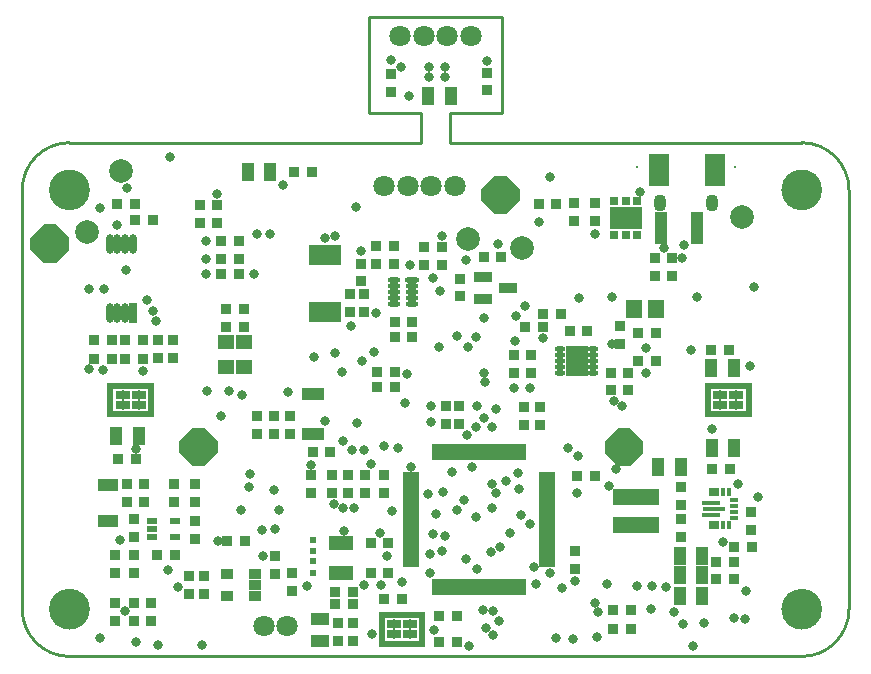
<source format=gbs>
G04 Layer_Color=16711935*
%FSLAX42Y42*%
%MOMM*%
G71*
G01*
G75*
%ADD50C,0.25*%
%ADD108R,0.90X0.90*%
%ADD109R,0.90X0.90*%
%ADD131R,1.50X1.10*%
%ADD142R,0.55X3.00*%
%ADD143R,4.00X0.55*%
%ADD144R,1.15X0.65*%
%ADD145R,1.50X0.97*%
%ADD146C,2.00*%
%ADD147C,0.80*%
%ADD148C,3.40*%
%ADD149C,1.80*%
%ADD150C,0.20*%
%ADD151O,1.10X1.45*%
%ADD152O,0.88X0.45*%
%ADD153R,1.85X2.58*%
%ADD154R,1.10X2.70*%
%ADD155R,2.70X1.80*%
%ADD156R,2.00X1.20*%
%ADD157R,0.34X0.70*%
%ADD158R,0.95X0.80*%
%ADD159R,1.55X0.40*%
%ADD160R,1.90X0.40*%
%ADD161R,0.70X0.34*%
%ADD162R,0.85X0.50*%
%ADD163R,1.10X0.85*%
%ADD164O,0.65X1.70*%
%ADD165R,0.65X1.70*%
%ADD166R,0.50X1.40*%
%ADD167R,1.40X0.50*%
%ADD168O,1.20X0.45*%
%ADD169O,1.05X0.45*%
%ADD170R,0.65X0.70*%
%ADD171R,2.70X1.95*%
%ADD172R,1.90X1.00*%
%ADD173R,1.40X1.60*%
%ADD174R,1.80X2.70*%
%ADD175R,3.90X1.40*%
%ADD176R,1.10X1.50*%
%ADD177R,1.80X1.10*%
%ADD178R,0.60X0.60*%
%ADD179R,1.40X1.30*%
G36*
X1255Y1423D02*
Y1323D01*
X1143Y1210D01*
X1043D01*
X930Y1323D01*
Y1423D01*
X1043Y1535D01*
X1143D01*
X1255Y1423D01*
D02*
G37*
G36*
X5494Y1019D02*
X5494Y1018D01*
X5495Y1018D01*
X5496Y1017D01*
X5497Y1016D01*
X5497Y1016D01*
X5497Y1015D01*
X5498Y1014D01*
Y979D01*
Y964D01*
X5497Y963D01*
X5497Y962D01*
X5497Y961D01*
X5497Y961D01*
X5496Y960D01*
X5496D01*
Y960D01*
X5495Y960D01*
X5495Y959D01*
X5494Y959D01*
X5494Y959D01*
X5493Y959D01*
X5428D01*
X5427Y959D01*
X5426Y959D01*
X5425Y959D01*
X5425Y960D01*
X5424Y960D01*
Y960D01*
X5424D01*
X5423Y961D01*
X5423Y961D01*
X5423Y962D01*
X5423Y963D01*
X5423Y964D01*
Y979D01*
Y1014D01*
X5423Y1015D01*
X5423Y1016D01*
X5423Y1016D01*
X5424Y1017D01*
X5425Y1018D01*
X5426Y1018D01*
X5427Y1019D01*
X5428Y1019D01*
X5443D01*
X5444Y1019D01*
X5444Y1018D01*
X5445Y1018D01*
X5446Y1017D01*
X5447Y1016D01*
X5447Y1016D01*
X5447Y1015D01*
X5448Y1014D01*
Y984D01*
X5473D01*
Y1014D01*
X5473Y1015D01*
X5473Y1016D01*
X5473Y1016D01*
X5474Y1017D01*
X5475Y1018D01*
X5476Y1018D01*
X5477Y1019D01*
X5478Y1019D01*
X5493D01*
X5494Y1019D01*
D02*
G37*
G36*
Y739D02*
X5494Y738D01*
X5495Y738D01*
X5495Y738D01*
X5496Y737D01*
Y737D01*
X5496D01*
X5497Y736D01*
X5497Y736D01*
X5497Y736D01*
X5497Y735D01*
X5498Y734D01*
Y684D01*
X5497Y683D01*
X5497Y682D01*
X5497Y681D01*
X5496Y680D01*
X5495Y680D01*
X5494Y679D01*
X5494Y679D01*
X5493Y679D01*
X5478D01*
X5477Y679D01*
X5476Y679D01*
X5475Y680D01*
X5474Y680D01*
X5473Y681D01*
X5473Y682D01*
X5473Y683D01*
X5473Y684D01*
Y714D01*
X5448D01*
Y684D01*
X5447Y683D01*
X5447Y682D01*
X5447Y681D01*
X5446Y680D01*
X5445Y680D01*
X5444Y679D01*
X5444Y679D01*
X5443Y679D01*
X5428D01*
X5427Y679D01*
X5426Y679D01*
X5425Y680D01*
X5424Y680D01*
X5423Y681D01*
X5423Y682D01*
X5423Y683D01*
X5423Y684D01*
Y719D01*
Y734D01*
X5423Y735D01*
X5423Y736D01*
X5423Y736D01*
X5423Y736D01*
X5424Y737D01*
X5424D01*
Y737D01*
X5425Y738D01*
X5425Y738D01*
X5426Y738D01*
X5427Y739D01*
X5428Y739D01*
X5493D01*
X5494Y739D01*
D02*
G37*
G36*
X3812Y3560D02*
Y3460D01*
X3700Y3347D01*
X3600D01*
X3488Y3460D01*
Y3560D01*
X3600Y3672D01*
X3700D01*
X3812Y3560D01*
D02*
G37*
G36*
X-5Y3145D02*
Y3045D01*
X-118Y2933D01*
X-218D01*
X-330Y3045D01*
Y3145D01*
X-218Y3258D01*
X-118D01*
X-5Y3145D01*
D02*
G37*
G36*
X4855Y1423D02*
Y1323D01*
X4742Y1210D01*
X4642D01*
X4530Y1323D01*
Y1423D01*
X4642Y1535D01*
X4742D01*
X4855Y1423D01*
D02*
G37*
D50*
X6360Y0D02*
G03*
X6360Y0I-160J0D01*
G01*
Y3550D02*
G03*
X6360Y3550I-160J0D01*
G01*
X160D02*
G03*
X160Y3550I-160J0D01*
G01*
Y0D02*
G03*
X160Y0I-160J0D01*
G01*
X6600Y3550D02*
G03*
X6200Y3950I-400J0D01*
G01*
X0D02*
G03*
X-400Y3550I0J-400D01*
G01*
Y0D02*
G03*
X0Y-400I400J0D01*
G01*
X6200D02*
G03*
X6600Y0I0J400D01*
G01*
X5350Y3950D02*
X5600D01*
X3225D02*
X5350D01*
X5350D02*
X5350Y3950D01*
X2974Y4199D02*
X2975D01*
X2974Y4200D02*
X2974Y4199D01*
X2541Y4200D02*
X2974D01*
X2975Y3950D02*
Y4199D01*
X2975Y3950D02*
X2975Y3950D01*
X5600D02*
X6200D01*
X600Y3950D02*
X2975D01*
X0Y3950D02*
X600Y3950D01*
X6600Y0D02*
Y3550D01*
X-400Y0D02*
Y3550D01*
X0Y-400D02*
X6200D01*
X3225Y3950D02*
Y4200D01*
X2540Y4199D02*
Y5015D01*
X3660D01*
Y4200D02*
Y5015D01*
X3225Y4200D02*
X3660D01*
X2541Y4200D02*
X2541Y4200D01*
D108*
X753Y2280D02*
D03*
Y2130D02*
D03*
X2375Y2665D02*
D03*
Y2515D02*
D03*
X1060Y910D02*
D03*
Y1060D02*
D03*
X885D02*
D03*
Y910D02*
D03*
X488Y1060D02*
D03*
Y910D02*
D03*
X543Y763D02*
D03*
Y613D02*
D03*
X1060Y743D02*
D03*
Y593D02*
D03*
X1015Y130D02*
D03*
Y280D02*
D03*
X543Y460D02*
D03*
Y310D02*
D03*
X1140Y280D02*
D03*
Y130D02*
D03*
X383Y-99D02*
D03*
Y51D02*
D03*
X1740Y297D02*
D03*
Y447D02*
D03*
X548Y51D02*
D03*
Y-99D02*
D03*
X1884Y305D02*
D03*
Y155D02*
D03*
X1108Y3270D02*
D03*
Y3420D02*
D03*
X1248Y3420D02*
D03*
Y3270D02*
D03*
X880Y2130D02*
D03*
Y2280D02*
D03*
X3192Y1570D02*
D03*
Y1720D02*
D03*
X3300Y1570D02*
D03*
Y1720D02*
D03*
X1729Y1633D02*
D03*
Y1482D02*
D03*
X2493Y2515D02*
D03*
Y2665D02*
D03*
X3152Y2917D02*
D03*
Y3067D02*
D03*
X3002Y2917D02*
D03*
Y3067D02*
D03*
X3308Y2800D02*
D03*
Y2650D02*
D03*
X4665Y2394D02*
D03*
Y2244D02*
D03*
X2043Y985D02*
D03*
Y1135D02*
D03*
X5772Y674D02*
D03*
Y824D02*
D03*
X5176Y764D02*
D03*
Y614D02*
D03*
X5176Y886D02*
D03*
Y1036D02*
D03*
X635Y910D02*
D03*
Y1060D02*
D03*
X383Y310D02*
D03*
Y460D02*
D03*
X688Y-99D02*
D03*
Y51D02*
D03*
X4283Y340D02*
D03*
Y490D02*
D03*
X2222Y985D02*
D03*
Y1135D02*
D03*
X2360Y985D02*
D03*
Y1135D02*
D03*
X2500Y985D02*
D03*
Y1135D02*
D03*
X2665Y985D02*
D03*
Y1135D02*
D03*
X3983Y1560D02*
D03*
Y1710D02*
D03*
X3845Y1560D02*
D03*
Y1710D02*
D03*
X1590Y1633D02*
D03*
Y1482D02*
D03*
X1867Y1633D02*
D03*
Y1482D02*
D03*
X2465Y2776D02*
D03*
Y2926D02*
D03*
X4447Y3438D02*
D03*
Y3288D02*
D03*
X4269Y3438D02*
D03*
Y3288D02*
D03*
X5101Y2975D02*
D03*
Y2825D02*
D03*
X4959Y2975D02*
D03*
Y2825D02*
D03*
X4730Y1852D02*
D03*
Y2002D02*
D03*
X4585Y1852D02*
D03*
Y2002D02*
D03*
X3905Y2153D02*
D03*
Y2003D02*
D03*
X3763Y2153D02*
D03*
Y2003D02*
D03*
X3536Y4542D02*
D03*
Y4392D02*
D03*
X2721Y4380D02*
D03*
Y4530D02*
D03*
X2275Y-115D02*
D03*
Y-265D02*
D03*
X2400Y-115D02*
D03*
Y-265D02*
D03*
X1479Y2392D02*
D03*
Y2542D02*
D03*
X1323Y2392D02*
D03*
Y2542D02*
D03*
D109*
X3657Y2983D02*
D03*
X3507D02*
D03*
X4122Y3435D02*
D03*
X3972D02*
D03*
X5778Y527D02*
D03*
X5628D02*
D03*
Y397D02*
D03*
X5478D02*
D03*
X5440Y1188D02*
D03*
X5590D02*
D03*
X5478Y253D02*
D03*
X5628D02*
D03*
X1433Y2965D02*
D03*
X1283D02*
D03*
X1433Y3115D02*
D03*
X1283D02*
D03*
X1433Y2837D02*
D03*
X1283D02*
D03*
X208Y2122D02*
D03*
X358D02*
D03*
X621Y2280D02*
D03*
X471D02*
D03*
X208Y2280D02*
D03*
X358D02*
D03*
X621Y2122D02*
D03*
X471D02*
D03*
X405Y3430D02*
D03*
X555D02*
D03*
X2700Y560D02*
D03*
X2550D02*
D03*
X2700Y308D02*
D03*
X2550D02*
D03*
X3127Y-278D02*
D03*
X3278D02*
D03*
X3127Y-58D02*
D03*
X3278D02*
D03*
X2208Y1335D02*
D03*
X2058D02*
D03*
X2902Y2302D02*
D03*
X2752D02*
D03*
X2598Y2926D02*
D03*
X2748D02*
D03*
X4235Y2352D02*
D03*
X4385D02*
D03*
X4812Y2335D02*
D03*
X4962D02*
D03*
X4812Y2102D02*
D03*
X4962D02*
D03*
X4008Y2502D02*
D03*
X4158D02*
D03*
X4005Y2389D02*
D03*
X3855D02*
D03*
X2902Y2430D02*
D03*
X2752D02*
D03*
X890Y455D02*
D03*
X740D02*
D03*
X1335Y575D02*
D03*
X1485D02*
D03*
X1902Y3700D02*
D03*
X2052D02*
D03*
X555Y3297D02*
D03*
X705D02*
D03*
X2817Y90D02*
D03*
X2667D02*
D03*
X2250Y148D02*
D03*
X2400D02*
D03*
Y40D02*
D03*
X2250D02*
D03*
X2599Y3072D02*
D03*
X2749D02*
D03*
X4449Y1130D02*
D03*
X4299D02*
D03*
X4753Y-167D02*
D03*
X4603D02*
D03*
X2603Y2011D02*
D03*
X2753D02*
D03*
X4603Y-10D02*
D03*
X4753D02*
D03*
X2753Y1881D02*
D03*
X2603D02*
D03*
X565Y1268D02*
D03*
X415D02*
D03*
X5435Y2198D02*
D03*
X5585D02*
D03*
D131*
X2120Y-272D02*
D03*
Y-82D02*
D03*
D142*
X345Y1772D02*
D03*
X691D02*
D03*
X5405Y1772D02*
D03*
X5750D02*
D03*
X2643Y-171D02*
D03*
X2988D02*
D03*
D143*
X518Y1894D02*
D03*
Y1649D02*
D03*
X5578Y1894D02*
D03*
Y1649D02*
D03*
X2815Y-49D02*
D03*
Y-294D02*
D03*
D144*
X451Y1814D02*
D03*
X586D02*
D03*
X451Y1729D02*
D03*
X586D02*
D03*
X5510Y1814D02*
D03*
X5645D02*
D03*
X5510Y1729D02*
D03*
X5645D02*
D03*
X2748Y-129D02*
D03*
X2883D02*
D03*
X2748Y-214D02*
D03*
X2883D02*
D03*
D145*
X3715Y2717D02*
D03*
X3505Y2812D02*
D03*
Y2623D02*
D03*
D146*
X5692Y3320D02*
D03*
X145Y3190D02*
D03*
X3370Y3133D02*
D03*
X3830Y3061D02*
D03*
X435Y3712D02*
D03*
D147*
X750Y-305D02*
D03*
X1120D02*
D03*
X5310Y2640D02*
D03*
X2167Y1593D02*
D03*
X3354Y2960D02*
D03*
X2817Y228D02*
D03*
X5535Y568D02*
D03*
X2780Y1363D02*
D03*
X4225Y1362D02*
D03*
X3824Y794D02*
D03*
X3900Y725D02*
D03*
X4450Y55D02*
D03*
X5510Y1729D02*
D03*
X1737Y678D02*
D03*
X1626Y671D02*
D03*
X5645Y1729D02*
D03*
X5205Y3085D02*
D03*
X5183Y2975D02*
D03*
X488Y3570D02*
D03*
X3152Y3160D02*
D03*
X4283Y242D02*
D03*
X4167Y177D02*
D03*
X470Y-13D02*
D03*
X430Y585D02*
D03*
X4925Y3D02*
D03*
X5792Y2730D02*
D03*
X3510Y2002D02*
D03*
X4471Y-26D02*
D03*
X3278Y2317D02*
D03*
X565Y1360D02*
D03*
X2430Y3405D02*
D03*
X3583Y-220D02*
D03*
X5645Y1814D02*
D03*
X2748Y-129D02*
D03*
X2883D02*
D03*
Y-214D02*
D03*
X586Y1814D02*
D03*
X3442Y778D02*
D03*
X2685Y447D02*
D03*
X1635D02*
D03*
X1260Y580D02*
D03*
X835Y333D02*
D03*
X3033Y975D02*
D03*
X3065Y1585D02*
D03*
X4260Y-250D02*
D03*
X4116Y-245D02*
D03*
X2575Y2177D02*
D03*
X255Y-242D02*
D03*
X2473Y2103D02*
D03*
X2248Y2167D02*
D03*
X2383Y2398D02*
D03*
X1532Y1148D02*
D03*
X1162Y1845D02*
D03*
X290Y2712D02*
D03*
X162Y2708D02*
D03*
X2070Y2138D02*
D03*
X1248Y3515D02*
D03*
X1160Y3115D02*
D03*
Y2837D02*
D03*
Y2965D02*
D03*
X850Y3830D02*
D03*
X1565Y2837D02*
D03*
X1810Y3592D02*
D03*
X476Y2872D02*
D03*
X923Y185D02*
D03*
X1733Y1007D02*
D03*
X2042Y1223D02*
D03*
X562Y-278D02*
D03*
X1282Y1633D02*
D03*
X2872Y4343D02*
D03*
X3537Y4641D02*
D03*
X2721Y4648D02*
D03*
X2811Y4588D02*
D03*
X3043Y4507D02*
D03*
Y4592D02*
D03*
X3178Y4507D02*
D03*
Y4592D02*
D03*
X4883Y2208D02*
D03*
X4610Y1760D02*
D03*
X4595Y2244D02*
D03*
X4597Y2642D02*
D03*
X4005Y2295D02*
D03*
X3855Y2570D02*
D03*
X3780Y2480D02*
D03*
X3773Y2268D02*
D03*
X3765Y1877D02*
D03*
X3125Y2220D02*
D03*
X4072Y3662D02*
D03*
X4447Y3177D02*
D03*
X3445Y2308D02*
D03*
X3135Y2690D02*
D03*
X3375Y2220D02*
D03*
X2167Y3140D02*
D03*
X3610Y1692D02*
D03*
X3523Y-163D02*
D03*
X3635Y-100D02*
D03*
X1453Y838D02*
D03*
X3508Y1620D02*
D03*
X2845Y1745D02*
D03*
X405Y3252D02*
D03*
X658Y2618D02*
D03*
X4306Y1301D02*
D03*
X4682Y1719D02*
D03*
X2854Y1993D02*
D03*
X3507Y2467D02*
D03*
X3578Y1545D02*
D03*
X5719Y-79D02*
D03*
X4932Y199D02*
D03*
X5048Y192D02*
D03*
X4805Y200D02*
D03*
X2434Y1574D02*
D03*
X4552Y216D02*
D03*
X2881Y2917D02*
D03*
X3356Y426D02*
D03*
X3450Y342D02*
D03*
X2599Y2504D02*
D03*
X4311Y2636D02*
D03*
X3065Y1720D02*
D03*
X3439Y1546D02*
D03*
X1517Y1032D02*
D03*
X1777Y841D02*
D03*
X3369Y1479D02*
D03*
X3343Y921D02*
D03*
X3411Y1200D02*
D03*
X3239Y1161D02*
D03*
X5766Y2055D02*
D03*
X3079Y2806D02*
D03*
X262Y3399D02*
D03*
X4830Y3533D02*
D03*
X2733Y835D02*
D03*
X4298Y984D02*
D03*
X2310Y2010D02*
D03*
X2630Y645D02*
D03*
X2392Y1352D02*
D03*
X2659Y1385D02*
D03*
X2552Y1227D02*
D03*
X2312Y1420D02*
D03*
X2497Y1349D02*
D03*
X3900Y1877D02*
D03*
X3165Y993D02*
D03*
X2890Y1207D02*
D03*
X3692Y1084D02*
D03*
X3795Y1150D02*
D03*
X3728Y643D02*
D03*
X3578Y1060D02*
D03*
X3580Y858D02*
D03*
X3280Y840D02*
D03*
X4065Y303D02*
D03*
X3565Y488D02*
D03*
X3644Y530D02*
D03*
X3933Y358D02*
D03*
X3948Y210D02*
D03*
X2640Y208D02*
D03*
X3100Y805D02*
D03*
X5510Y1814D02*
D03*
X2465Y3030D02*
D03*
X1700Y3175D02*
D03*
X1590Y3173D02*
D03*
X2250Y3160D02*
D03*
X586Y1729D02*
D03*
X451D02*
D03*
X735Y2439D02*
D03*
X704Y2526D02*
D03*
X3805Y1018D02*
D03*
X3612Y985D02*
D03*
X4463Y-235D02*
D03*
X3972Y3278D02*
D03*
X3522Y1923D02*
D03*
X3450Y1720D02*
D03*
X3628Y3090D02*
D03*
X285Y2023D02*
D03*
X163Y2030D02*
D03*
X625Y2015D02*
D03*
X5275Y-312D02*
D03*
X5197Y-123D02*
D03*
X5372Y-120D02*
D03*
X5658Y1060D02*
D03*
X451Y1814D02*
D03*
X5442Y1530D02*
D03*
X2561Y-214D02*
D03*
X2490Y203D02*
D03*
X3179Y624D02*
D03*
X3080Y638D02*
D03*
X3150Y490D02*
D03*
X3053Y465D02*
D03*
X3055Y305D02*
D03*
X2328Y658D02*
D03*
X2241Y895D02*
D03*
X2405Y855D02*
D03*
X2319Y860D02*
D03*
X1457Y1810D02*
D03*
X1850Y1840D02*
D03*
X2015Y195D02*
D03*
X1350Y1850D02*
D03*
X5030Y3055D02*
D03*
X5265Y2198D02*
D03*
X5730Y158D02*
D03*
X5828Y948D02*
D03*
X4880Y2002D02*
D03*
X3090Y-180D02*
D03*
X5625Y-73D02*
D03*
X5117Y-25D02*
D03*
X3380Y-308D02*
D03*
X2748Y-214D02*
D03*
X3497Y-5D02*
D03*
X3588Y-18D02*
D03*
X4565Y1040D02*
D03*
X4630Y1190D02*
D03*
D148*
X6200Y0D02*
D03*
X6200Y3550D02*
D03*
X0Y3550D02*
D03*
Y0D02*
D03*
D149*
X1649Y-140D02*
D03*
X1839D02*
D03*
X2662Y3584D02*
D03*
X2862D02*
D03*
X3062D02*
D03*
X3262D02*
D03*
X3399Y4852D02*
D03*
X3199D02*
D03*
X2999D02*
D03*
X2799D02*
D03*
D150*
X5639Y3743D02*
D03*
X4804D02*
D03*
D151*
X5444Y3438D02*
D03*
X4999D02*
D03*
D152*
X4154Y2003D02*
D03*
Y2053D02*
D03*
Y2103D02*
D03*
Y2153D02*
D03*
Y2203D02*
D03*
X4436D02*
D03*
Y2153D02*
D03*
Y2103D02*
D03*
Y2053D02*
D03*
Y2003D02*
D03*
D153*
X4295Y2103D02*
D03*
D154*
X5315Y3230D02*
D03*
X5005D02*
D03*
D155*
X2167Y2515D02*
D03*
Y2995D02*
D03*
D156*
X2302Y558D02*
D03*
Y308D02*
D03*
D157*
X5585Y989D02*
D03*
X5535D02*
D03*
Y709D02*
D03*
X5585D02*
D03*
D158*
X5460Y989D02*
D03*
D03*
Y709D02*
D03*
D03*
D159*
X5435Y899D02*
D03*
Y799D02*
D03*
D160*
X5453Y849D02*
D03*
D161*
X5628Y774D02*
D03*
Y824D02*
D03*
Y874D02*
D03*
Y924D02*
D03*
D162*
X700Y613D02*
D03*
Y678D02*
D03*
Y743D02*
D03*
X890Y613D02*
D03*
Y743D02*
D03*
D163*
X1335Y297D02*
D03*
Y108D02*
D03*
X1575D02*
D03*
Y203D02*
D03*
Y297D02*
D03*
D164*
X340Y3088D02*
D03*
X405D02*
D03*
X470D02*
D03*
X535D02*
D03*
X340Y2508D02*
D03*
X405D02*
D03*
X470D02*
D03*
D165*
X535D02*
D03*
D166*
X3094Y184D02*
D03*
X3144D02*
D03*
X3194D02*
D03*
X3244D02*
D03*
X3294D02*
D03*
X3344D02*
D03*
X3394D02*
D03*
X3444D02*
D03*
X3494D02*
D03*
X3544D02*
D03*
X3594D02*
D03*
X3644D02*
D03*
X3694D02*
D03*
X3744D02*
D03*
X3794D02*
D03*
X3844D02*
D03*
Y1334D02*
D03*
X3794D02*
D03*
X3744D02*
D03*
X3694D02*
D03*
X3644D02*
D03*
X3594D02*
D03*
X3544D02*
D03*
X3494D02*
D03*
X3444D02*
D03*
X3394D02*
D03*
X3344D02*
D03*
X3294D02*
D03*
X3244D02*
D03*
X3194D02*
D03*
X3144D02*
D03*
X3094D02*
D03*
D167*
X4044Y384D02*
D03*
Y434D02*
D03*
Y484D02*
D03*
Y534D02*
D03*
Y584D02*
D03*
Y634D02*
D03*
Y684D02*
D03*
Y734D02*
D03*
Y784D02*
D03*
Y834D02*
D03*
Y884D02*
D03*
Y934D02*
D03*
Y984D02*
D03*
Y1034D02*
D03*
Y1084D02*
D03*
Y1134D02*
D03*
X2894D02*
D03*
Y1084D02*
D03*
Y1034D02*
D03*
Y984D02*
D03*
Y934D02*
D03*
Y884D02*
D03*
Y834D02*
D03*
Y784D02*
D03*
Y734D02*
D03*
Y684D02*
D03*
Y634D02*
D03*
Y584D02*
D03*
Y534D02*
D03*
Y484D02*
D03*
Y434D02*
D03*
Y384D02*
D03*
D168*
X2900Y2787D02*
D03*
D169*
Y2737D02*
D03*
Y2687D02*
D03*
Y2637D02*
D03*
Y2587D02*
D03*
X2748D02*
D03*
Y2637D02*
D03*
Y2687D02*
D03*
Y2737D02*
D03*
Y2787D02*
D03*
D170*
X4803Y3456D02*
D03*
X4613Y3171D02*
D03*
X4803D02*
D03*
X4708D02*
D03*
Y3456D02*
D03*
X4613D02*
D03*
D171*
X4708Y3314D02*
D03*
D172*
X2058Y1823D02*
D03*
Y1482D02*
D03*
D173*
X4783Y2538D02*
D03*
X4962D02*
D03*
D174*
X5467Y3717D02*
D03*
X4988D02*
D03*
D175*
X4800Y710D02*
D03*
Y947D02*
D03*
D176*
X5167Y287D02*
D03*
X5357D02*
D03*
X5167Y112D02*
D03*
X5357D02*
D03*
X5167Y447D02*
D03*
X5357D02*
D03*
X4987Y1203D02*
D03*
X5177D02*
D03*
X5630Y1365D02*
D03*
X5440D02*
D03*
X1700Y3705D02*
D03*
X1510D02*
D03*
X3228Y4345D02*
D03*
X3038D02*
D03*
X396Y1470D02*
D03*
X586D02*
D03*
X5625Y2042D02*
D03*
X5435D02*
D03*
D177*
X322Y1055D02*
D03*
Y745D02*
D03*
D178*
X2060Y590D02*
D03*
Y490D02*
D03*
X2060Y308D02*
D03*
Y407D02*
D03*
D179*
X1323Y2260D02*
D03*
Y2050D02*
D03*
X1480Y2260D02*
D03*
Y2050D02*
D03*
M02*

</source>
